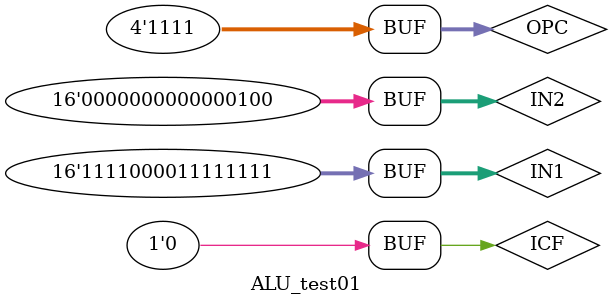
<source format=v>
`timescale 1ns / 1ps


module ALU_test01;

	// Inputs
	reg [3:0] OPC;
	reg [15:0] IN1;
	reg [15:0] IN2;
	reg ICF;

	// Outputs
	wire [15:0] OUT;
	wire OCF;
	wire OZF;
	wire ONF;

	// Instantiate the Unit Under Test (UUT)
	ALU uut (
		.OPC(OPC), 
		.IN1(IN1), 
		.IN2(IN2), 
		.ICF(ICF), 
		.OUT(OUT), 
		.OCF(OCF), 
		.OZF(OZF), 
		.ONF(ONF)
	);

	initial begin
		// Initialize Inputs
		OPC = 0;
		IN1 = 0;
		IN2 = 0;
		ICF = 0;

		// Wait 100 ns for global reset to finish
		#100;
    
    // Set monitored interface
    $monitor("%b:%h:%h:%b   :%h:%b   :%b   :%b   ", uut.OPC, uut.IN1, uut.IN2, uut.ICF, uut.OUT, uut.OCF, uut.OZF, uut.ONF);
    
    // Add stimulus here
    #99
      OPC <= 4'b0000;
      IN1 <= 16'hF002;
      IN2 <= 16'h0FFF;
      ICF <= 1'b0;
    $display("TEST 01 : (1)0000 [ADD]");
    $display("OPC :IN1 :IN2 :ICF :OUT :OCF :OZF :ONF ");
    #1 $display(" ");
    
    #99
      OPC <= 4'b0001;
      IN1 <= 16'h102C;
      IN2 <= 16'h59FF;
      ICF <= 1'b0;
    $display("TEST 02 : (1)0001 [ADDI]");
    $display("OPC :IN1 :IN2 :ICF :OUT :OCF :OZF :ONF ");
    #1 $display(" ");
    
    #99
      OPC <= 4'b0010;
      IN1 <= 16'h2008;
      IN2 <= 16'h0108;
      ICF <= 1'b1;
    $display("TEST 03 : (1)0010 [ADDC]");
    $display("OPC :IN1 :IN2 :ICF :OUT :OCF :OZF :ONF ");
    #1 $display(" ");
    
    #99
      OPC <= 4'b0011;
      IN1 <= 16'h1000;
      IN2 <= 16'h08FF;
      ICF <= 1'b0;
    $display("TEST 04 : (1)0011 [SUB]");
    $display("OPC :IN1 :IN2 :ICF :OUT :OCF :OZF :ONF ");
    #1 $display(" ");
    
    #99
      OPC <= 4'b0100;
      IN1 <= 16'h0001;
      IN2 <= 16'h1000;
      ICF <= 1'b0;
    $display("TEST 05 : (1)0100 [SUBI]");
    $display("OPC :IN1 :IN2 :ICF :OUT :OCF :OZF :ONF ");
    #1 $display(" ");
    
    #99
      OPC <= 4'b0101;
      IN1 <= 16'h1000;
      IN2 <= 16'h0FFF;
      ICF <= 1'b1;
    $display("TEST 06 : (1)0101 [SUBC]");
    $display("OPC :IN1 :IN2 :ICF :OUT :OCF :OZF :ONF ");
    #1 $display(" ");
    
    #99
      OPC <= 4'b0110;
      IN1 <= 16'h0FFF;
      IN2 <= 16'h0000;
      ICF <= 1'b0;
    $display("TEST 07 : (1)0110 [INC]");
    $display("OPC :IN1 :IN2 :ICF :OUT :OCF :OZF :ONF ");
    #1 $display(" ");
    
    #99
      OPC <= 4'b0111;
      IN1 <= 16'h21FC;
      IN2 <= 16'h2F56;
      ICF <= 1'b0;
    $display("TEST 08 : (1)0111 [CMP] - less");
    $display("OPC :IN1 :IN2 :ICF :OUT :OCF :OZF :ONF ");
    #1 $display(" ");
    
    #99
      OPC <= 4'b0111;
      IN1 <= 16'h64FF;
      IN2 <= 16'h64FF;
      ICF <= 1'b0;
    $display("TEST 09 : (1)0111 [CMP] - equal");
    $display("OPC :IN1 :IN2 :ICF :OUT :OCF :OZF :ONF ");
    #1 $display(" ");
    
    #99
      OPC <= 4'b0111;
      IN1 <= 16'hB9A8;
      IN2 <= 16'h975F;
      ICF <= 1'b0;
    $display("TEST 10 : (1)0111 [CMP] - larger");
    $display("OPC :IN1 :IN2 :ICF :OUT :OCF :OZF :ONF ");
    #1 $display(" ");
    
    #99
      OPC <= 4'b1000;
      IN1 <= 16'h56FC;
      IN2 <= 16'h0000;
      ICF <= 1'b0;
    $display("TEST 11 : (1)1000 [TRAN]");
    $display("OPC :IN1 :IN2 :ICF :OUT :OCF :OZF :ONF ");
    #1 $display(" ");
    
    #99
      OPC <= 4'b1001;
      IN1 <= 16'hFF0F;
      IN2 <= 16'hF0FA;
      ICF <= 1'b0;
    $display("TEST 12 : (1)1001 [XOR]");
    $display("OPC :IN1 :IN2 :ICF :OUT :OCF :OZF :ONF ");
    #1 $display(" ");
    
    #99
      OPC <= 4'b1010;
      IN1 <= 16'hF00F;
      IN2 <= 16'hFF0A;
      ICF <= 1'b0;
    $display("TEST 13 : (1)1010 [AND]");
    $display("OPC :IN1 :IN2 :ICF :OUT :OCF :OZF :ONF ");
    #1 $display(" ");
    
    #99
      OPC <= 4'b1011;
      IN1 <= 16'hF00F;
      IN2 <= 16'hFF0A;
      ICF <= 1'b0;
    $display("TEST 14 : (1)1011 [OR]");
    $display("OPC :IN1 :IN2 :ICF :OUT :OCF :OZF :ONF ");
    #1 $display(" ");
    
    #99
      OPC <= 4'b1100;
      IN1 <= 16'hF0F0;
      IN2 <= 16'h0004;
      ICF <= 1'b0;
    $display("TEST 15 : (1)1100 [SLL]");
    $display("OPC :IN1 :IN2 :ICF :OUT :OCF :OZF :ONF ");
    #1 $display(" ");
    
    #99
      OPC <= 4'b1101;
      IN1 <= 16'h0F0F;
      IN2 <= 16'h0004;
      ICF <= 1'b0;
    $display("TEST 16 : (1)1101 [SLA]");
    $display("OPC :IN1 :IN2 :ICF :OUT :OCF :OZF :ONF ");
    #1 $display(" ");
    
    #99
      OPC <= 4'b1110;
      IN1 <= 16'hF000;
      IN2 <= 16'h0004;
      ICF <= 1'b0;
    $display("TEST 17 : (1)1110 [SRL]");
    $display("OPC :IN1 :IN2 :ICF :OUT :OCF :OZF :ONF ");
    #1 $display(" ");
    
    #99
      OPC <= 4'b1111;
      IN1 <= 16'hF0FF;
      IN2 <= 16'h0004;
      ICF <= 1'b0;
    $display("TEST 18 : (1)1111 [SRA]");
    $display("OPC :IN1 :IN2 :ICF :OUT :OCF :OZF :ONF ");
    #1 $display(" ");
    
	end
  
endmodule


</source>
